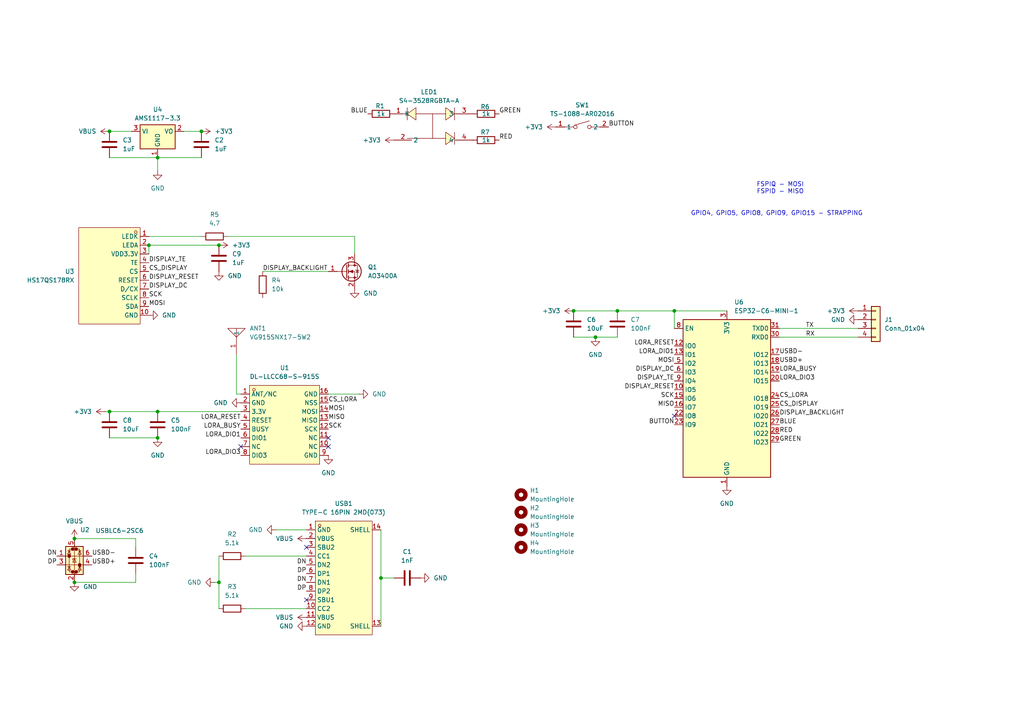
<source format=kicad_sch>
(kicad_sch (version 20250114) (generator "eeschema") (generator_version "9.0")
  (paper "A4")
  (lib_symbols
    (symbol "Connector_Generic:Conn_01x04" (pin_names (offset 1.016) (hide yes))
      (property "Reference" "J" (at 0 5.08 0))
      (property "Value" "Conn_01x04" (at 0 -7.62 0))
      (symbol "Conn_01x04_1_1"
        (rectangle (start -1.27 3.81) (end 1.27 -6.35) (stroke (width 0.254)) (fill (type background)))
        (rectangle (start -1.27 2.667) (end 0 2.413) (stroke (width 0.1524)))
        (rectangle (start -1.27 0.127) (end 0 -0.127) (stroke (width 0.1524)))
        (rectangle (start -1.27 -2.413) (end 0 -2.667) (stroke (width 0.1524)))
        (rectangle (start -1.27 -4.953) (end 0 -5.207) (stroke (width 0.1524)))
        (pin passive line (at -5.08 2.54 0) (length 3.81) (name "Pin_1") (number "1"))
        (pin passive line (at -5.08 0 0) (length 3.81) (name "Pin_2") (number "2"))
        (pin passive line (at -5.08 -2.54 0) (length 3.81) (name "Pin_3") (number "3"))
        (pin passive line (at -5.08 -5.08 0) (length 3.81) (name "Pin_4") (number "4"))
      )
    )
    (symbol "Device:C" (pin_numbers (hide yes)) (pin_names (offset 0.254))
      (property "Reference" "C" (at 0.635 2.54 0))
      (property "Value" "C" (at 0.635 -2.54 0))
      (symbol "C_0_1"
        (polyline (pts (xy -2.032 0.762) (xy 2.032 0.762)) (stroke (width 0.508)))
        (polyline (pts (xy -2.032 -0.762) (xy 2.032 -0.762)) (stroke (width 0.508)))
      )
      (symbol "C_1_1"
        (pin passive line (at 0 3.81 270) (length 2.794) (name "~") (number "1"))
        (pin passive line (at 0 -3.81 90) (length 2.794) (name "~") (number "2"))
      )
    )
    (symbol "Device:R" (pin_numbers (hide yes)) (pin_names (offset 0))
      (property "Reference" "R" (at 2.032 0 90))
      (property "Value" "R" (at 0 0 90))
      (symbol "R_0_1"
        (rectangle (start -1.016 -2.54) (end 1.016 2.54) (stroke (width 0.254)))
      )
      (symbol "R_1_1"
        (pin passive line (at 0 3.81 270) (length 1.27) (name "~") (number "1"))
        (pin passive line (at 0 -3.81 90) (length 1.27) (name "~") (number "2"))
      )
    )
    (symbol "Mechanical:MountingHole" (pin_names (offset 1.016)) (in_bom no)
      (property "Reference" "H" (at 0 5.08 0))
      (property "Value" "MountingHole" (at 0 3.175 0))
      (symbol "MountingHole_0_1"
        (circle (center 0 0) (radius 1.27) (stroke (width 1.27)))
      )
    )
    (symbol "Power_Protection:USBLC6-2SC6" (pin_names (hide yes))
      (property "Reference" "U" (at 0.635 5.715 0))
      (property "Value" "USBLC6-2SC6" (at 0.635 3.81 0))
      (symbol "USBLC6-2SC6_0_0"
        (circle (center -1.524 0) (radius 0.0001) (stroke (width 0.508)))
        (circle (center -0.508 2.032) (radius 0.0001) (stroke (width 0.508)))
        (circle (center -0.508 -4.572) (radius 0.0001) (stroke (width 0.508)))
        (circle (center 0.508 2.032) (radius 0.0001) (stroke (width 0.508)))
        (circle (center 0.508 -4.572) (radius 0.0001) (stroke (width 0.508)))
        (circle (center 1.524 -2.54) (radius 0.0001) (stroke (width 0.508)))
      )
      (symbol "USBLC6-2SC6_0_1"
        (polyline (pts (xy -2.54 0) (xy 2.54 0)))
        (polyline (pts (xy -2.54 -2.54) (xy 2.54 -2.54)))
        (polyline (pts (xy -2.032 0.508) (xy -1.016 0.508) (xy -1.524 1.524) (xy -2.032 0.508)))
        (polyline (pts (xy -2.032 -3.048) (xy -1.016 -3.048)))
        (polyline (pts (xy -1.016 1.524) (xy -2.032 1.524)))
        (polyline (pts (xy -1.016 -4.064) (xy -2.032 -4.064) (xy -1.524 -3.048) (xy -1.016 -4.064)))
        (polyline (pts (xy -0.508 -1.143) (xy -0.508 -0.762) (xy 0.508 -0.762)))
        (polyline (pts (xy 0 2.54) (xy -0.508 2.032) (xy 0.508 2.032) (xy 0 1.524) (xy 0 -4.064) (xy -0.508 -4.572) (xy 0.508 -4.572) (xy 0 -5.08)))
        (polyline (pts (xy 0.508 -1.778) (xy -0.508 -1.778) (xy 0 -0.762) (xy 0.508 -1.778)))
        (polyline (pts (xy 1.016 1.524) (xy 2.032 1.524)))
        (polyline (pts (xy 1.016 -3.048) (xy 2.032 -3.048)))
        (polyline (pts (xy 2.032 0.508) (xy 1.016 0.508) (xy 1.524 1.524) (xy 2.032 0.508)))
        (polyline (pts (xy 2.032 -4.064) (xy 1.016 -4.064) (xy 1.524 -3.048) (xy 2.032 -4.064)))
      )
      (symbol "USBLC6-2SC6_1_1"
        (rectangle (start -2.54 2.794) (end 2.54 -5.334) (stroke (width 0.254)) (fill (type background)))
        (polyline (pts (xy -0.508 2.032) (xy -1.524 2.032) (xy -1.524 -4.572) (xy -0.508 -4.572)))
        (polyline (pts (xy 0.508 -4.572) (xy 1.524 -4.572) (xy 1.524 2.032) (xy 0.508 2.032)))
        (pin passive line (at -5.08 0 0) (length 2.54) (name "I/O1") (number "1"))
        (pin passive line (at -5.08 -2.54 0) (length 2.54) (name "I/O2") (number "3"))
        (pin passive line (at 0 5.08 270) (length 2.54) (name "VBUS") (number "5"))
        (pin passive line (at 0 -7.62 90) (length 2.54) (name "GND") (number "2"))
        (pin passive line (at 5.08 0 180) (length 2.54) (name "I/O1") (number "6"))
        (pin passive line (at 5.08 -2.54 180) (length 2.54) (name "I/O2") (number "4"))
      )
    )
    (symbol "RF_Module:ESP32-C6-MINI-1"
      (property "Reference" "U" (at -11.43 24.13 0))
      (property "Value" "ESP32-C6-MINI-1" (at 12.7 24.13 0))
      (symbol "ESP32-C6-MINI-1_0_1"
        (rectangle (start -12.7 22.86) (end 12.7 -22.86) (stroke (width 0.254)) (fill (type background)))
      )
      (symbol "ESP32-C6-MINI-1_1_1"
        (pin input line (at -15.24 20.32 0) (length 2.54) (name "EN") (number "8"))
        (pin bidirectional line (at -15.24 15.24 0) (length 2.54) (name "IO0") (number "12"))
        (pin bidirectional line (at -15.24 12.7 0) (length 2.54) (name "IO1") (number "13"))
        (pin bidirectional line (at -15.24 10.16 0) (length 2.54) (name "IO2") (number "5"))
        (pin bidirectional line (at -15.24 7.62 0) (length 2.54) (name "IO3") (number "6"))
        (pin bidirectional line (at -15.24 5.08 0) (length 2.54) (name "IO4") (number "9"))
        (pin bidirectional line (at -15.24 2.54 0) (length 2.54) (name "IO5") (number "10"))
        (pin bidirectional line (at -15.24 0 0) (length 2.54) (name "IO6") (number "15"))
        (pin bidirectional line (at -15.24 -2.54 0) (length 2.54) (name "IO7") (number "16"))
        (pin bidirectional line (at -15.24 -5.08 0) (length 2.54) (name "IO8") (number "22"))
        (pin bidirectional line (at -15.24 -7.62 0) (length 2.54) (name "IO9") (number "23"))
        (pin no_connect line (at -12.7 -12.7 0) (length 2.54) (hide yes) (name "NC") (number "32"))
        (pin no_connect line (at -12.7 -15.24 0) (length 2.54) (hide yes) (name "NC") (number "33"))
        (pin no_connect line (at -12.7 -17.78 0) (length 2.54) (hide yes) (name "NC") (number "34"))
        (pin no_connect line (at -12.7 -20.32 0) (length 2.54) (hide yes) (name "NC") (number "35"))
        (pin power_in line (at 0 25.4 270) (length 2.54) (name "3V3") (number "3"))
        (pin power_in line (at 0 -25.4 90) (length 2.54) (name "GND") (number "1"))
        (pin passive line (at 0 -25.4 90) (length 2.54) (hide yes) (name "GND") (number "11"))
        (pin passive line (at 0 -25.4 90) (length 2.54) (hide yes) (name "GND") (number "14"))
        (pin passive line (at 0 -25.4 90) (length 2.54) (hide yes) (name "GND") (number "2"))
        (pin passive line (at 0 -25.4 90) (length 2.54) (hide yes) (name "GND") (number "36"))
        (pin passive line (at 0 -25.4 90) (length 2.54) (hide yes) (name "GND") (number "37"))
        (pin passive line (at 0 -25.4 90) (length 2.54) (hide yes) (name "GND") (number "38"))
        (pin passive line (at 0 -25.4 90) (length 2.54) (hide yes) (name "GND") (number "39"))
        (pin passive line (at 0 -25.4 90) (length 2.54) (hide yes) (name "GND") (number "40"))
        (pin passive line (at 0 -25.4 90) (length 2.54) (hide yes) (name "GND") (number "41"))
        (pin passive line (at 0 -25.4 90) (length 2.54) (hide yes) (name "GND") (number "42"))
        (pin passive line (at 0 -25.4 90) (length 2.54) (hide yes) (name "GND") (number "43"))
        (pin passive line (at 0 -25.4 90) (length 2.54) (hide yes) (name "GND") (number "44"))
        (pin passive line (at 0 -25.4 90) (length 2.54) (hide yes) (name "GND") (number "45"))
        (pin passive line (at 0 -25.4 90) (length 2.54) (hide yes) (name "GND") (number "46"))
        (pin passive line (at 0 -25.4 90) (length 2.54) (hide yes) (name "GND") (number "47"))
        (pin passive line (at 0 -25.4 90) (length 2.54) (hide yes) (name "GND") (number "48"))
        (pin passive line (at 0 -25.4 90) (length 2.54) (hide yes) (name "GND") (number "49"))
        (pin passive line (at 0 -25.4 90) (length 2.54) (hide yes) (name "GND") (number "50"))
        (pin passive line (at 0 -25.4 90) (length 2.54) (hide yes) (name "GND") (number "51"))
        (pin passive line (at 0 -25.4 90) (length 2.54) (hide yes) (name "GND") (number "52"))
        (pin passive line (at 0 -25.4 90) (length 2.54) (hide yes) (name "GND") (number "53"))
        (pin no_connect line (at 12.7 -15.24 180) (length 2.54) (hide yes) (name "NC") (number "4"))
        (pin no_connect line (at 12.7 -17.78 180) (length 2.54) (hide yes) (name "NC") (number "7"))
        (pin no_connect line (at 12.7 -20.32 180) (length 2.54) (hide yes) (name "NC") (number "21"))
        (pin bidirectional line (at 15.24 20.32 180) (length 2.54) (name "TXD0") (number "31"))
        (pin bidirectional line (at 15.24 17.78 180) (length 2.54) (name "RXD0") (number "30"))
        (pin bidirectional line (at 15.24 12.7 180) (length 2.54) (name "IO12") (number "17"))
        (pin bidirectional line (at 15.24 10.16 180) (length 2.54) (name "IO13") (number "18"))
        (pin bidirectional line (at 15.24 7.62 180) (length 2.54) (name "IO14") (number "19"))
        (pin bidirectional line (at 15.24 5.08 180) (length 2.54) (name "IO15") (number "20"))
        (pin bidirectional line (at 15.24 0 180) (length 2.54) (name "IO18") (number "24"))
        (pin bidirectional line (at 15.24 -2.54 180) (length 2.54) (name "IO19") (number "25"))
        (pin bidirectional line (at 15.24 -5.08 180) (length 2.54) (name "IO20") (number "26"))
        (pin bidirectional line (at 15.24 -7.62 180) (length 2.54) (name "IO21") (number "27"))
        (pin bidirectional line (at 15.24 -10.16 180) (length 2.54) (name "IO22") (number "28"))
        (pin bidirectional line (at 15.24 -12.7 180) (length 2.54) (name "IO23") (number "29"))
      )
    )
    (symbol "Regulator_Linear:AMS1117-3.3"
      (property "Reference" "U" (at -3.81 3.175 0))
      (property "Value" "AMS1117-3.3" (at 0 3.175 0))
      (symbol "AMS1117-3.3_0_1"
        (rectangle (start -5.08 -5.08) (end 5.08 1.905) (stroke (width 0.254)) (fill (type background)))
      )
      (symbol "AMS1117-3.3_1_1"
        (pin power_in line (at -7.62 0 0) (length 2.54) (name "VI") (number "3"))
        (pin power_in line (at 0 -7.62 90) (length 2.54) (name "GND") (number "1"))
        (pin power_out line (at 7.62 0 180) (length 2.54) (name "VO") (number "2"))
      )
    )
    (symbol "Transistor_FET:AO3400A" (pin_names (hide yes))
      (property "Reference" "Q" (at 5.08 1.905 0))
      (property "Value" "AO3400A" (at 5.08 0 0))
      (symbol "AO3400A_0_1"
        (polyline (pts (xy 0.254 1.905) (xy 0.254 -1.905)) (stroke (width 0.254)))
        (polyline (pts (xy 0.254 0) (xy -2.54 0)))
        (polyline (pts (xy 0.762 2.286) (xy 0.762 1.27)) (stroke (width 0.254)))
        (polyline (pts (xy 0.762 0.508) (xy 0.762 -0.508)) (stroke (width 0.254)))
        (polyline (pts (xy 0.762 -1.27) (xy 0.762 -2.286)) (stroke (width 0.254)))
        (polyline (pts (xy 0.762 -1.778) (xy 3.302 -1.778) (xy 3.302 1.778) (xy 0.762 1.778)))
        (polyline (pts (xy 1.016 0) (xy 2.032 0.381) (xy 2.032 -0.381) (xy 1.016 0)) (fill (type outline)))
        (circle (center 1.651 0) (radius 2.794) (stroke (width 0.254)))
        (polyline (pts (xy 2.54 2.54) (xy 2.54 1.778)))
        (circle (center 2.54 1.778) (radius 0.254) (fill (type outline)))
        (circle (center 2.54 -1.778) (radius 0.254) (fill (type outline)))
        (polyline (pts (xy 2.54 -2.54) (xy 2.54 0) (xy 0.762 0)))
        (polyline (pts (xy 2.794 0.508) (xy 2.921 0.381) (xy 3.683 0.381) (xy 3.81 0.254)))
        (polyline (pts (xy 3.302 0.381) (xy 2.921 -0.254) (xy 3.683 -0.254) (xy 3.302 0.381)))
      )
      (symbol "AO3400A_1_1"
        (pin input line (at -5.08 0 0) (length 2.54) (name "G") (number "1"))
        (pin passive line (at 2.54 5.08 270) (length 2.54) (name "D") (number "3"))
        (pin passive line (at 2.54 -5.08 90) (length 2.54) (name "S") (number "2"))
      )
    )
    (symbol "easyeda:DL-LLCC68-S-915S"
      (property "Reference" "U" (at 0 13.97 0))
      (property "Value" "DL-LLCC68-S-915S" (at 0 -13.97 0))
      (symbol "DL-LLCC68-S-915S_0_1"
        (rectangle (start -10.16 11.43) (end 10.16 -11.43) (fill (type background)))
        (circle (center -8.89 10.16) (radius 0.38))
        (pin unspecified line (at -12.7 8.89 0) (length 2.54) (name "ANT/NC") (number "1"))
        (pin unspecified line (at -12.7 6.35 0) (length 2.54) (name "GND") (number "2"))
        (pin unspecified line (at -12.7 3.81 0) (length 2.54) (name "3.3V") (number "3"))
        (pin unspecified line (at -12.7 1.27 0) (length 2.54) (name "RESET") (number "4"))
        (pin unspecified line (at -12.7 -1.27 0) (length 2.54) (name "BUSY") (number "5"))
        (pin unspecified line (at -12.7 -3.81 0) (length 2.54) (name "DIO1") (number "6"))
        (pin unspecified line (at -12.7 -6.35 0) (length 2.54) (name "NC") (number "7"))
        (pin unspecified line (at -12.7 -8.89 0) (length 2.54) (name "DIO3") (number "8"))
        (pin unspecified line (at 12.7 8.89 180) (length 2.54) (name "GND") (number "16"))
        (pin unspecified line (at 12.7 6.35 180) (length 2.54) (name "NSS") (number "15"))
        (pin unspecified line (at 12.7 3.81 180) (length 2.54) (name "MOSI") (number "14"))
        (pin unspecified line (at 12.7 1.27 180) (length 2.54) (name "MISO") (number "13"))
        (pin unspecified line (at 12.7 -1.27 180) (length 2.54) (name "SCK") (number "12"))
        (pin unspecified line (at 12.7 -3.81 180) (length 2.54) (name "NC") (number "11"))
        (pin unspecified line (at 12.7 -6.35 180) (length 2.54) (name "NC") (number "10"))
        (pin unspecified line (at 12.7 -8.89 180) (length 2.54) (name "GND") (number "9"))
      )
    )
    (symbol "easyeda:HS17QS178RX"
      (property "Reference" "U" (at 0 16.51 0))
      (property "Value" "HS17QS178RX" (at 0 -16.51 0))
      (symbol "HS17QS178RX_0_1"
        (rectangle (start -8.89 13.97) (end 8.89 -13.97) (fill (type background)))
        (circle (center -7.62 12.7) (radius 0.38))
        (pin unspecified line (at -11.43 11.43 0) (length 2.54) (name "LEDK") (number "1"))
        (pin unspecified line (at -11.43 8.89 0) (length 2.54) (name "LEDA") (number "2"))
        (pin unspecified line (at -11.43 6.35 0) (length 2.54) (name "VDD3.3V") (number "3"))
        (pin unspecified line (at -11.43 3.81 0) (length 2.54) (name "TE") (number "4"))
        (pin unspecified line (at -11.43 1.27 0) (length 2.54) (name "CS") (number "5"))
        (pin unspecified line (at -11.43 -1.27 0) (length 2.54) (name "RESET") (number "6"))
        (pin unspecified line (at -11.43 -3.81 0) (length 2.54) (name "D/CX") (number "7"))
        (pin unspecified line (at -11.43 -6.35 0) (length 2.54) (name "SCLK") (number "8"))
        (pin unspecified line (at -11.43 -8.89 0) (length 2.54) (name "SDA") (number "9"))
        (pin unspecified line (at -11.43 -11.43 0) (length 2.54) (name "GND") (number "10"))
      )
    )
    (symbol "easyeda:S4-3528RGBTA-A"
      (property "Reference" "LED" (at 0 5.08 0))
      (property "Value" "S4-3528RGBTA-A" (at 0 -12.19 0))
      (symbol "S4-3528RGBTA-A_0_1"
        (polyline (pts (xy -1.27 1.78) (xy -1.27 -1.78)))
        (polyline (pts (xy -1.27 0) (xy -2.54 0)))
        (polyline (pts (xy 1.27 1.78) (xy -1.27 0) (xy 1.27 -1.78) (xy 1.27 1.78)) (fill (type background)))
        (polyline (pts (xy 2.54 0) (xy 1.27 0)))
        (polyline (pts (xy 2.54 0) (xy 9.91 0)))
        (polyline (pts (xy 6.1 0) (xy 6.1 -7.11) (xy 9.91 -7.11)))
        (polyline (pts (xy 6.1 -7.11) (xy -1.27 -7.11)))
        (polyline (pts (xy 9.91 -1.78) (xy 12.45 0) (xy 9.91 1.78) (xy 9.91 -1.78)) (fill (type background)))
        (polyline (pts (xy 9.91 -8.89) (xy 12.45 -7.11) (xy 9.91 -5.33) (xy 9.91 -8.89)) (fill (type background)))
        (polyline (pts (xy 12.45 -1.78) (xy 12.45 1.78)))
        (polyline (pts (xy 12.45 -8.89) (xy 12.45 -5.33)))
        (pin unspecified line (at -5.08 0 0) (length 2.54) (name "K") (number "1"))
        (pin unspecified line (at -5.08 -7.62 0) (length 5.08) (name "2") (number "2"))
        (pin unspecified line (at 17.78 0 180) (length 5.08) (name "3") (number "3"))
        (pin unspecified line (at 17.78 -7.62 180) (length 5.08) (name "4") (number "4"))
      )
    )
    (symbol "easyeda:TS-1088-AR02016"
      (property "Reference" "SW" (at 0 5.08 0))
      (property "Value" "TS-1088-AR02016" (at 0 -5.08 0))
      (symbol "TS-1088-AR02016_0_1"
        (polyline (pts (xy -5.08 0) (xy -2.54 0)))
        (polyline (pts (xy -2.29 0.51) (xy 2.03 1.78)))
        (circle (center -2.03 0) (radius 0.51))
        (circle (center 2.03 0) (radius 0.51))
        (polyline (pts (xy 5.08 0) (xy 2.54 0)))
        (pin unspecified line (at -7.62 0 0) (length 2.54) (name "1") (number "1"))
        (pin unspecified line (at 7.62 0 180) (length 2.54) (name "2") (number "2"))
      )
    )
    (symbol "easyeda:TYPE-C16PIN2MD(073)"
      (property "Reference" "USB" (at 0 19.05 0))
      (property "Value" "TYPE-C 16PIN 2MD(073)" (at 0 -19.05 0))
      (symbol "TYPE-C16PIN2MD(073)_0_1"
        (rectangle (start -8.89 16.51) (end 7.62 -16.51) (fill (type background)))
        (circle (center -7.62 15.24) (radius 0.38))
        (pin unspecified line (at -11.43 13.97 0) (length 2.54) (name "GND") (number "1"))
        (pin unspecified line (at -11.43 11.43 0) (length 2.54) (name "VBUS") (number "2"))
        (pin unspecified line (at -11.43 8.89 0) (length 2.54) (name "SBU2") (number "3"))
        (pin unspecified line (at -11.43 6.35 0) (length 2.54) (name "CC1") (number "4"))
        (pin unspecified line (at -11.43 3.81 0) (length 2.54) (name "DN2") (number "5"))
        (pin unspecified line (at -11.43 1.27 0) (length 2.54) (name "DP1") (number "6"))
        (pin unspecified line (at -11.43 -1.27 0) (length 2.54) (name "DN1") (number "7"))
        (pin unspecified line (at -11.43 -3.81 0) (length 2.54) (name "DP2") (number "8"))
        (pin unspecified line (at -11.43 -6.35 0) (length 2.54) (name "SBU1") (number "9"))
        (pin unspecified line (at -11.43 -8.89 0) (length 2.54) (name "CC2") (number "10"))
        (pin unspecified line (at -11.43 -11.43 0) (length 2.54) (name "VBUS") (number "11"))
        (pin unspecified line (at -11.43 -13.97 0) (length 2.54) (name "GND") (number "12"))
        (pin unspecified line (at 10.16 13.97 180) (length 2.54) (name "SHELL") (number "14"))
        (pin unspecified line (at 10.16 -13.97 180) (length 2.54) (name "SHELL") (number "13"))
      )
    )
    (symbol "easyeda:VG915SNX17-5W2"
      (property "Reference" "ANT" (at 0 2.54 0))
      (property "Value" "VG915SNX17-5W2" (at 0 -7.62 0))
      (symbol "VG915SNX17-5W2_0_1"
        (polyline (pts (xy 0 2.54) (xy -2.54 5.08) (xy 2.54 5.08) (xy 0 2.54) (xy 0 5.08)))
        (pin unspecified line (at 0 -2.54 90) (length 5.08) (name "1") (number "1"))
      )
    )
    (symbol "power:+3V3" (power) (pin_numbers (hide yes)) (pin_names (offset 0) (hide yes))
      (property "Value" "+3V3" (at 0 3.556 0))
      (symbol "+3V3_0_1"
        (polyline (pts (xy -0.762 1.27) (xy 0 2.54)))
        (polyline (pts (xy 0 2.54) (xy 0.762 1.27)))
        (polyline (pts (xy 0 0) (xy 0 2.54)))
      )
      (symbol "+3V3_1_1"
        (pin power_in line (at 0 0 90) (length 0) (name "~") (number "1"))
      )
    )
    (symbol "power:GND" (power) (pin_numbers (hide yes)) (pin_names (offset 0) (hide yes))
      (property "Value" "GND" (at 0 -3.81 0))
      (symbol "GND_0_1"
        (polyline (pts (xy 0 0) (xy 0 -1.27) (xy 1.27 -1.27) (xy 0 -2.54) (xy -1.27 -1.27) (xy 0 -1.27)))
      )
      (symbol "GND_1_1"
        (pin power_in line (at 0 0 270) (length 0) (name "~") (number "1"))
      )
    )
    (symbol "power:VBUS" (power) (pin_numbers (hide yes)) (pin_names (offset 0) (hide yes))
      (property "Value" "VBUS" (at 0 3.556 0))
      (symbol "VBUS_0_1"
        (polyline (pts (xy -0.762 1.27) (xy 0 2.54)))
        (polyline (pts (xy 0 2.54) (xy 0.762 1.27)))
        (polyline (pts (xy 0 0) (xy 0 2.54)))
      )
      (symbol "VBUS_1_1"
        (pin power_in line (at 0 0 90) (length 0) (name "~") (number "1"))
      )
    )
  )
  (text "FSPIQ - MOSI\nFSPID - MISO" (at 226.314 54.61 0) (effects (font (size 1.27 1.27))))
  (text "GPIO4, GPIO5, GPIO8, GPIO9, GPIO15 - STRAPPING\n" (at 225.298 61.976 0) (effects (font (size 1.27 1.27))))
  (junction (at 63.5 168.91))
  (junction (at 110.49 167.64))
  (junction (at 58.42 38.1))
  (junction (at 45.72 45.72))
  (junction (at 43.18 71.12))
  (junction (at 31.75 119.38))
  (junction (at 63.5 71.12))
  (junction (at 195.58 90.17))
  (junction (at 21.59 156.21))
  (junction (at 31.75 38.1))
  (junction (at 45.72 127))
  (junction (at 21.59 168.91))
  (junction (at 166.37 90.17))
  (junction (at 45.72 119.38))
  (junction (at 172.72 97.79))
  (junction (at 179.07 90.17))
  (no_connect (at 95.25 127))
  (no_connect (at 69.85 129.54))
  (no_connect (at 95.25 129.54))
  (no_connect (at 88.9 158.75))
  (no_connect (at 195.58 120.65))
  (no_connect (at 88.9 173.99))
  (wire (pts (xy 80.01 153.67) (xy 88.9 153.67)))
  (wire (pts (xy 63.5 168.91) (xy 63.5 176.53)))
  (wire (pts (xy 45.72 45.72) (xy 58.42 45.72)))
  (wire (pts (xy 71.12 161.29) (xy 88.9 161.29)))
  (wire (pts (xy 53.34 38.1) (xy 58.42 38.1)))
  (wire (pts (xy 195.58 90.17) (xy 210.82 90.17)))
  (wire (pts (xy 172.72 97.79) (xy 179.07 97.79)))
  (wire (pts (xy 31.75 38.1) (xy 38.1 38.1)))
  (wire (pts (xy 68.58 114.3) (xy 68.58 102.87)))
  (wire (pts (xy 110.49 153.67) (xy 110.49 167.64)))
  (wire (pts (xy 43.18 71.12) (xy 43.18 73.66)))
  (wire (pts (xy 39.37 156.21) (xy 39.37 158.75)))
  (wire (pts (xy 110.49 167.64) (xy 114.3 167.64)))
  (wire (pts (xy 31.75 45.72) (xy 45.72 45.72)))
  (wire (pts (xy 31.75 127) (xy 45.72 127)))
  (wire (pts (xy 31.75 119.38) (xy 45.72 119.38)))
  (wire (pts (xy 226.06 95.25) (xy 248.92 95.25)))
  (wire (pts (xy 63.5 161.29) (xy 63.5 168.91)))
  (wire (pts (xy 45.72 119.38) (xy 69.85 119.38)))
  (wire (pts (xy 226.06 97.79) (xy 248.92 97.79)))
  (wire (pts (xy 43.18 68.58) (xy 58.42 68.58)))
  (wire (pts (xy 179.07 90.17) (xy 195.58 90.17)))
  (wire (pts (xy 76.2 78.74) (xy 95.25 78.74)))
  (wire (pts (xy 62.23 168.91) (xy 63.5 168.91)))
  (wire (pts (xy 39.37 168.91) (xy 39.37 166.37)))
  (wire (pts (xy 166.37 97.79) (xy 172.72 97.79)))
  (wire (pts (xy 43.18 71.12) (xy 63.5 71.12)))
  (wire (pts (xy 110.49 167.64) (xy 110.49 181.61)))
  (wire (pts (xy 71.12 176.53) (xy 88.9 176.53)))
  (wire (pts (xy 21.59 168.91) (xy 39.37 168.91)))
  (wire (pts (xy 195.58 90.17) (xy 195.58 95.25)))
  (wire (pts (xy 30.48 119.38) (xy 31.75 119.38)))
  (wire (pts (xy 69.85 114.3) (xy 68.58 114.3)))
  (wire (pts (xy 66.04 68.58) (xy 102.87 68.58)))
  (wire (pts (xy 45.72 45.72) (xy 45.72 49.53)))
  (wire (pts (xy 102.87 68.58) (xy 102.87 73.66)))
  (wire (pts (xy 21.59 156.21) (xy 39.37 156.21)))
  (wire (pts (xy 166.37 90.17) (xy 179.07 90.17)))
  (wire (pts (xy 95.25 114.3) (xy 104.14 114.3)))
  (label "USBD-" (at 26.67 161.29 0))
  (label "RED" (at 144.78 40.64 0))
  (label "BLUE" (at 226.06 123.19 0))
  (label "DP" (at 88.9 166.37 180))
  (label "RX" (at 233.68 97.79 0))
  (label "LORA_BUSY" (at 69.85 124.46 180))
  (label "LORA_BUSY" (at 226.06 107.95 0))
  (label "USBD+" (at 26.67 163.83 0))
  (label "DISPLAY_DC" (at 43.18 83.82 0))
  (label "LORA_DIO1" (at 195.58 102.87 180))
  (label "MISO" (at 195.58 118.11 180))
  (label "DP" (at 88.9 171.45 180))
  (label "CS_LORA" (at 95.25 116.84 0))
  (label "SCK" (at 195.58 115.57 180))
  (label "CS_LORA" (at 226.06 115.57 0))
  (label "USBD+" (at 226.06 105.41 0))
  (label "SCK" (at 95.25 124.46 0))
  (label "DN" (at 88.9 163.83 180))
  (label "GREEN" (at 226.06 128.27 0))
  (label "BUTTON" (at 195.58 123.19 180))
  (label "DISPLAY_TE" (at 195.58 110.49 180))
  (label "USBD-" (at 226.06 102.87 0))
  (label "LORA_RESET" (at 195.58 100.33 180))
  (label "DISPLAY_BACKLIGHT" (at 76.2 78.74 0))
  (label "DISPLAY_TE" (at 43.18 76.2 0))
  (label "DP" (at 16.51 163.83 180))
  (label "LORA_DIO1" (at 69.85 127 180))
  (label "CS_DISPLAY" (at 43.18 78.74 0))
  (label "DISPLAY_DC" (at 195.58 107.95 180))
  (label "LORA_RESET" (at 69.85 121.92 180))
  (label "DN" (at 16.51 161.29 180))
  (label "CS_DISPLAY" (at 226.06 118.11 0))
  (label "RED" (at 226.06 125.73 0))
  (label "DISPLAY_RESET" (at 195.58 113.03 180))
  (label "MOSI" (at 95.25 119.38 0))
  (label "LORA_DIO3" (at 69.85 132.08 180))
  (label "DISPLAY_RESET" (at 43.18 81.28 0))
  (label "BLUE" (at 106.68 33.02 180))
  (label "DISPLAY_BACKLIGHT" (at 226.06 120.65 0))
  (label "MOSI" (at 195.58 105.41 180))
  (label "MISO" (at 95.25 121.92 0))
  (label "BUTTON" (at 176.53 36.83 0))
  (label "TX" (at 233.68 95.25 0))
  (label "GREEN" (at 144.78 33.02 0))
  (label "LORA_DIO3" (at 226.06 110.49 0))
  (label "MOSI" (at 43.18 88.9 0))
  (label "DN" (at 88.9 168.91 180))
  (label "SCK" (at 43.18 86.36 0))
  (symbol (lib_id "Connector_Generic:Conn_01x04") (at 254 92.71 0) (unit 1)
    (property "Reference" "J1" (at 256.54 92.7099 0) (effects (justify left)))
    (property "Value" "Conn_01x04" (at 256.54 95.2499 0) (effects (justify left)))
    (property "Footprint" "Connector_PinHeader_2.54mm:PinHeader_1x04_P2.54mm_Vertical" (effects (hide yes)))
    (property "Description" "Generic connector, single row, 01x04, script generated (kicad-library-utils/schlib/autogen/connector/)" (effects (hide yes)))
  )
  (symbol (lib_id "Device:R") (at 67.31 176.53 90) (unit 1)
    (property "Reference" "R3" (at 67.31 170.18 90))
    (property "Value" "5.1k" (at 67.31 172.72 90))
    (property "Footprint" "Resistor_SMD:R_0603_1608Metric" (effects (hide yes)))
    (property "Description" "Resistor" (effects (hide yes)))
  )
  (symbol (lib_id "power:VBUS") (at 88.9 179.07 90) (unit 1)
    (property "Reference" "#PWR023" (effects (hide yes)))
    (property "Value" "VBUS" (at 85.09 179.0699 90) (effects (justify left)))
    (property "Description" "Power symbol creates a global label with name \"VBUS\"" (effects (hide yes)))
  )
  (symbol (lib_id "Mechanical:MountingHole") (at 151.13 148.59 0) (unit 1) (in_bom no)
    (property "Reference" "H2" (at 153.67 147.3199 0) (effects (justify left)))
    (property "Value" "MountingHole" (at 153.67 149.8599 0) (effects (justify left)))
    (property "Footprint" "MountingHole:MountingHole_3.2mm_M3" (effects (hide yes)))
    (property "Description" "Mounting Hole without connection" (effects (hide yes)))
  )
  (symbol (lib_id "power:GND") (at 80.01 153.67 270) (unit 1)
    (property "Reference" "#PWR021" (effects (hide yes)))
    (property "Value" "GND" (at 76.2 153.6699 90) (effects (justify right)))
    (property "Description" "Power symbol creates a global label with name \"GND\" , ground" (effects (hide yes)))
  )
  (symbol (lib_id "power:+3V3") (at 114.3 40.64 90) (unit 1)
    (property "Reference" "#PWR018" (effects (hide yes)))
    (property "Value" "+3V3" (at 110.49 40.6401 90) (effects (justify left)))
    (property "Description" "Power symbol creates a global label with name \"+3V3\"" (effects (hide yes)))
  )
  (symbol (lib_id "power:GND") (at 45.72 49.53 0) (unit 1)
    (property "Reference" "#PWR02" (effects (hide yes)))
    (property "Value" "GND" (at 45.72 54.61 0))
    (property "Description" "Power symbol creates a global label with name \"GND\" , ground" (effects (hide yes)))
  )
  (symbol (lib_id "power:+3V3") (at 248.92 90.17 90) (unit 1)
    (property "Reference" "#PWR015" (effects (hide yes)))
    (property "Value" "+3V3" (at 245.11 90.1699 90) (effects (justify left)))
    (property "Description" "Power symbol creates a global label with name \"+3V3\"" (effects (hide yes)))
  )
  (symbol (lib_id "easyeda:TS-1088-AR02016") (at 168.91 36.83 0) (unit 1)
    (property "Reference" "SW1" (at 168.91 30.48 0))
    (property "Value" "TS-1088-AR02016" (at 168.91 33.02 0))
    (property "Footprint" "easyeda:SW-SMD_L3.9-W3.0-P4.45" (effects (hide yes)))
    (property "Datasheet" "https://lcsc.com/product-detail/Tactile-Switches_XUNPU-TS-1088-AR02016_C720477.html" (effects (hide yes)))
    (property "LCSC Part" "C720477" (effects (hide yes)))
  )
  (symbol (lib_id "power:GND") (at 172.72 97.79 0) (unit 1)
    (property "Reference" "#PWR028" (effects (hide yes)))
    (property "Value" "GND" (at 172.72 102.87 0))
    (property "Description" "Power symbol creates a global label with name \"GND\" , ground" (effects (hide yes)))
  )
  (symbol (lib_id "RF_Module:ESP32-C6-MINI-1") (at 210.82 115.57 0) (unit 1)
    (property "Reference" "U6" (at 212.9633 87.63 0) (effects (justify left)))
    (property "Value" "ESP32-C6-MINI-1" (at 212.9633 90.17 0) (effects (justify left)))
    (property "Footprint" "easyeda:ESP32-C6-MINI-1" (effects (hide yes)))
    (property "Datasheet" "https://www.espressif.com/sites/default/files/documentation/esp32-c6-mini-1_mini-1u_datasheet_en.pdf" (effects (hide yes)))
    (property "Description" "RF Module, ESP32-C6 SoC, Wi-Fi 802.11b/g/n/ax, Bluetooth, BLE, Zigbee, Thread, 32-bit, 3.3V, SMD, onboard antenna" (effects (hide yes)))
  )
  (symbol (lib_id "Device:R") (at 110.49 33.02 270) (unit 1)
    (property "Reference" "R1" (at 110.236 30.734 90))
    (property "Value" "1k" (at 110.49 33.02 90))
    (property "Footprint" "Resistor_SMD:R_0603_1608Metric" (effects (hide yes)))
    (property "Description" "Resistor" (effects (hide yes)))
  )
  (symbol (lib_id "Device:R") (at 62.23 68.58 270) (unit 1)
    (property "Reference" "R5" (at 62.23 62.23 90))
    (property "Value" "4.7" (at 62.23 64.77 90))
    (property "Footprint" "Resistor_SMD:R_0603_1608Metric" (effects (hide yes)))
    (property "Description" "Resistor" (effects (hide yes)))
  )
  (symbol (lib_id "power:GND") (at 121.92 167.64 90) (unit 1)
    (property "Reference" "#PWR025" (effects (hide yes)))
    (property "Value" "GND" (at 125.73 167.6399 90) (effects (justify right)))
    (property "Description" "Power symbol creates a global label with name \"GND\" , ground" (effects (hide yes)))
  )
  (symbol (lib_id "easyeda:DL-LLCC68-S-915S") (at 82.55 123.19 0) (unit 1)
    (property "Reference" "U1" (at 82.55 106.68 0))
    (property "Value" "DL-LLCC68-S-915S" (at 82.55 109.22 0))
    (property "Footprint" "easyeda:WIRELM-SMD_DL-LLCC68-S-915S" (effects (hide yes)))
    (property "LCSC Part" "C22448806" (effects (hide yes)))
  )
  (symbol (lib_id "power:GND") (at 69.85 116.84 270) (unit 1)
    (property "Reference" "#PWR09" (effects (hide yes)))
    (property "Value" "GND" (at 66.04 116.8399 90) (effects (justify right)))
    (property "Description" "Power symbol creates a global label with name \"GND\" , ground" (effects (hide yes)))
  )
  (symbol (lib_id "power:+3V3") (at 30.48 119.38 90) (unit 1)
    (property "Reference" "#PWR08" (effects (hide yes)))
    (property "Value" "+3V3" (at 26.67 119.3799 90) (effects (justify left)))
    (property "Description" "Power symbol creates a global label with name \"+3V3\"" (effects (hide yes)))
  )
  (symbol (lib_id "Mechanical:MountingHole") (at 151.13 153.67 0) (unit 1) (in_bom no)
    (property "Reference" "H3" (at 153.67 152.3999 0) (effects (justify left)))
    (property "Value" "MountingHole" (at 153.67 154.9399 0) (effects (justify left)))
    (property "Footprint" "MountingHole:MountingHole_3.2mm_M3" (effects (hide yes)))
    (property "Description" "Mounting Hole without connection" (effects (hide yes)))
  )
  (symbol (lib_id "power:+3V3") (at 166.37 90.17 90) (unit 1)
    (property "Reference" "#PWR017" (effects (hide yes)))
    (property "Value" "+3V3" (at 162.56 90.1699 90) (effects (justify left)))
    (property "Description" "Power symbol creates a global label with name \"+3V3\"" (effects (hide yes)))
  )
  (symbol (lib_id "Device:C") (at 63.5 74.93 0) (unit 1)
    (property "Reference" "C9" (at 67.31 73.6599 0) (effects (justify left)))
    (property "Value" "1uF" (at 67.31 76.1999 0) (effects (justify left)))
    (property "Footprint" "Capacitor_SMD:C_0603_1608Metric" (effects (hide yes)))
    (property "Description" "Unpolarized capacitor" (effects (hide yes)))
  )
  (symbol (lib_id "Device:C") (at 31.75 41.91 0) (unit 1)
    (property "Reference" "C3" (at 35.56 40.6399 0) (effects (justify left)))
    (property "Value" "1uF" (at 35.56 43.1799 0) (effects (justify left)))
    (property "Footprint" "Capacitor_SMD:C_0603_1608Metric" (effects (hide yes)))
    (property "Description" "Unpolarized capacitor" (effects (hide yes)))
  )
  (symbol (lib_id "Device:R") (at 76.2 82.55 180) (unit 1)
    (property "Reference" "R4" (at 78.74 81.2799 0) (effects (justify right)))
    (property "Value" "10k" (at 78.74 83.8199 0) (effects (justify right)))
    (property "Footprint" "Resistor_SMD:R_0603_1608Metric" (effects (hide yes)))
    (property "Description" "Resistor" (effects (hide yes)))
  )
  (symbol (lib_id "easyeda:HS17QS178RX") (at 31.75 80.01 0) (mirror y) (unit 1)
    (property "Reference" "U3" (at 21.59 78.7399 0) (effects (justify left)))
    (property "Value" "HS17QS178RX" (at 21.59 81.2799 0) (effects (justify left)))
    (property "Footprint" "easyeda:OLED-SMD_10P-P0.50_HS17QS178RX" (effects (hide yes)))
    (property "LCSC Part" "C5329581" (effects (hide yes)))
  )
  (symbol (lib_id "power:GND") (at 248.92 92.71 270) (unit 1)
    (property "Reference" "#PWR016" (effects (hide yes)))
    (property "Value" "GND" (at 245.11 92.7099 90) (effects (justify right)))
    (property "Description" "Power symbol creates a global label with name \"GND\" , ground" (effects (hide yes)))
  )
  (symbol (lib_id "Mechanical:MountingHole") (at 151.13 143.51 0) (unit 1) (in_bom no)
    (property "Reference" "H1" (at 153.67 142.2399 0) (effects (justify left)))
    (property "Value" "MountingHole" (at 153.67 144.7799 0) (effects (justify left)))
    (property "Footprint" "MountingHole:MountingHole_3.2mm_M3" (effects (hide yes)))
    (property "Description" "Mounting Hole without connection" (effects (hide yes)))
  )
  (symbol (lib_id "power:GND") (at 45.72 127 0) (unit 1)
    (property "Reference" "#PWR027" (effects (hide yes)))
    (property "Value" "GND" (at 45.72 132.08 0))
    (property "Description" "Power symbol creates a global label with name \"GND\" , ground" (effects (hide yes)))
  )
  (symbol (lib_id "Transistor_FET:AO3400A") (at 100.33 78.74 0) (unit 1)
    (property "Reference" "Q1" (at 106.68 77.4699 0) (effects (justify left)))
    (property "Value" "AO3400A" (at 106.68 80.0099 0) (effects (justify left)))
    (property "Footprint" "Package_TO_SOT_SMD:SOT-23" (effects (hide yes)))
    (property "Datasheet" "http://www.aosmd.com/pdfs/datasheet/AO3400A.pdf" (effects (hide yes)))
    (property "Description" "30V Vds, 5.7A Id, N-Channel MOSFET, SOT-23" (effects (hide yes)))
  )
  (symbol (lib_id "Device:R") (at 140.97 40.64 270) (unit 1)
    (property "Reference" "R7" (at 140.716 38.354 90))
    (property "Value" "1k" (at 140.97 40.64 90))
    (property "Footprint" "Resistor_SMD:R_0603_1608Metric" (effects (hide yes)))
    (property "Description" "Resistor" (effects (hide yes)))
  )
  (symbol (lib_id "power:GND") (at 210.82 140.97 0) (unit 1)
    (property "Reference" "#PWR030" (effects (hide yes)))
    (property "Value" "GND" (at 210.82 146.05 0))
    (property "Description" "Power symbol creates a global label with name \"GND\" , ground" (effects (hide yes)))
  )
  (symbol (lib_id "Device:C") (at 166.37 93.98 0) (unit 1)
    (property "Reference" "C6" (at 170.18 92.7099 0) (effects (justify left)))
    (property "Value" "10uF" (at 170.18 95.2499 0) (effects (justify left)))
    (property "Footprint" "Capacitor_SMD:C_0603_1608Metric" (effects (hide yes)))
    (property "Description" "Unpolarized capacitor" (effects (hide yes)))
  )
  (symbol (lib_id "power:GND") (at 62.23 168.91 270) (unit 1)
    (property "Reference" "#PWR026" (effects (hide yes)))
    (property "Value" "GND" (at 58.42 168.9099 90) (effects (justify right)))
    (property "Description" "Power symbol creates a global label with name \"GND\" , ground" (effects (hide yes)))
  )
  (symbol (lib_id "power:GND") (at 21.59 168.91 0) (unit 1)
    (property "Reference" "#PWR05" (effects (hide yes)))
    (property "Value" "GND" (at 24.13 170.1799 0) (effects (justify left)))
    (property "Description" "Power symbol creates a global label with name \"GND\" , ground" (effects (hide yes)))
  )
  (symbol (lib_id "Device:C") (at 118.11 167.64 270) (unit 1)
    (property "Reference" "C1" (at 118.11 160.02 90))
    (property "Value" "1nF" (at 118.11 162.56 90))
    (property "Footprint" "Capacitor_SMD:C_0603_1608Metric" (effects (hide yes)))
    (property "Description" "Unpolarized capacitor" (effects (hide yes)))
  )
  (symbol (lib_id "easyeda:TYPE-C16PIN2MD(073)") (at 100.33 167.64 0) (unit 1)
    (property "Reference" "USB1" (at 99.695 146.05 0))
    (property "Value" "TYPE-C 16PIN 2MD(073)" (at 99.695 148.59 0))
    (property "Footprint" "easyeda:USB-C-SMD_TYPE-C-6PIN-2MD-073" (effects (hide yes)))
    (property "LCSC Part" "C2765186" (effects (hide yes)))
  )
  (symbol (lib_id "power:GND") (at 102.87 83.82 0) (unit 1)
    (property "Reference" "#PWR012" (effects (hide yes)))
    (property "Value" "GND" (at 105.41 85.0899 0) (effects (justify left)))
    (property "Description" "Power symbol creates a global label with name \"GND\" , ground" (effects (hide yes)))
  )
  (symbol (lib_id "power:VBUS") (at 21.59 156.21 0) (unit 1)
    (property "Reference" "#PWR06" (effects (hide yes)))
    (property "Value" "VBUS" (at 21.59 151.13 0))
    (property "Description" "Power symbol creates a global label with name \"VBUS\"" (effects (hide yes)))
  )
  (symbol (lib_id "power:GND") (at 88.9 181.61 270) (unit 1)
    (property "Reference" "#PWR024" (effects (hide yes)))
    (property "Value" "GND" (at 85.09 181.6099 90) (effects (justify right)))
    (property "Description" "Power symbol creates a global label with name \"GND\" , ground" (effects (hide yes)))
  )
  (symbol (lib_id "Device:C") (at 179.07 93.98 0) (unit 1)
    (property "Reference" "C7" (at 182.88 92.7099 0) (effects (justify left)))
    (property "Value" "100nF" (at 182.88 95.2499 0) (effects (justify left)))
    (property "Footprint" "Capacitor_SMD:C_0603_1608Metric" (effects (hide yes)))
    (property "Description" "Unpolarized capacitor" (effects (hide yes)))
  )
  (symbol (lib_id "Device:C") (at 45.72 123.19 0) (unit 1)
    (property "Reference" "C5" (at 49.53 121.9199 0) (effects (justify left)))
    (property "Value" "100nF" (at 49.53 124.4599 0) (effects (justify left)))
    (property "Footprint" "Capacitor_SMD:C_0603_1608Metric" (effects (hide yes)))
    (property "Description" "Unpolarized capacitor" (effects (hide yes)))
  )
  (symbol (lib_id "easyeda:S4-3528RGBTA-A") (at 119.38 33.02 0) (unit 1)
    (property "Reference" "LED1" (at 124.46 26.67 0))
    (property "Value" "S4-3528RGBTA-A" (at 124.46 29.21 0))
    (property "Footprint" "easyeda:LED-SMD_4P-L3.2-W2.8-LS3.5-TL-1" (effects (hide yes)))
    (property "LCSC Part" "C2827321" (effects (hide yes)))
  )
  (symbol (lib_id "Device:R") (at 140.97 33.02 270) (unit 1)
    (property "Reference" "R6" (at 140.716 30.988 90))
    (property "Value" "1k" (at 140.97 33.02 90))
    (property "Footprint" "Resistor_SMD:R_0603_1608Metric" (effects (hide yes)))
    (property "Description" "Resistor" (effects (hide yes)))
  )
  (symbol (lib_id "power:+3V3") (at 58.42 38.1 270) (unit 1)
    (property "Reference" "#PWR04" (effects (hide yes)))
    (property "Value" "+3V3" (at 62.23 38.1001 90) (effects (justify left)))
    (property "Description" "Power symbol creates a global label with name \"+3V3\"" (effects (hide yes)))
  )
  (symbol (lib_id "Device:C") (at 31.75 123.19 0) (unit 1)
    (property "Reference" "C8" (at 35.56 121.9199 0) (effects (justify left)))
    (property "Value" "10uF" (at 35.56 124.4599 0) (effects (justify left)))
    (property "Footprint" "Capacitor_SMD:C_0603_1608Metric" (effects (hide yes)))
    (property "Description" "Unpolarized capacitor" (effects (hide yes)))
  )
  (symbol (lib_id "power:+3V3") (at 63.5 71.12 270) (unit 1)
    (property "Reference" "#PWR013" (effects (hide yes)))
    (property "Value" "+3V3" (at 67.31 71.1199 90) (effects (justify left)))
    (property "Description" "Power symbol creates a global label with name \"+3V3\"" (effects (hide yes)))
  )
  (symbol (lib_id "power:VBUS") (at 88.9 156.21 90) (unit 1)
    (property "Reference" "#PWR022" (effects (hide yes)))
    (property "Value" "VBUS" (at 85.09 156.2099 90) (effects (justify left)))
    (property "Description" "Power symbol creates a global label with name \"VBUS\"" (effects (hide yes)))
  )
  (symbol (lib_id "power:GND") (at 43.18 91.44 90) (unit 1)
    (property "Reference" "#PWR011" (effects (hide yes)))
    (property "Value" "GND" (at 46.99 91.4399 90) (effects (justify right)))
    (property "Description" "Power symbol creates a global label with name \"GND\" , ground" (effects (hide yes)))
  )
  (symbol (lib_id "Device:R") (at 67.31 161.29 90) (unit 1)
    (property "Reference" "R2" (at 67.31 154.94 90))
    (property "Value" "5.1k" (at 67.31 157.48 90))
    (property "Footprint" "Resistor_SMD:R_0603_1608Metric" (effects (hide yes)))
    (property "Description" "Resistor" (effects (hide yes)))
  )
  (symbol (lib_id "power:GND") (at 95.25 132.08 0) (unit 1)
    (property "Reference" "#PWR07" (effects (hide yes)))
    (property "Value" "GND" (at 95.25 137.16 0))
    (property "Description" "Power symbol creates a global label with name \"GND\" , ground" (effects (hide yes)))
  )
  (symbol (lib_id "power:VBUS") (at 31.75 38.1 90) (unit 1)
    (property "Reference" "#PWR03" (effects (hide yes)))
    (property "Value" "VBUS" (at 27.94 38.0999 90) (effects (justify left)))
    (property "Description" "Power symbol creates a global label with name \"VBUS\"" (effects (hide yes)))
  )
  (symbol (lib_id "Device:C") (at 58.42 41.91 0) (unit 1)
    (property "Reference" "C2" (at 62.23 40.6399 0) (effects (justify left)))
    (property "Value" "1uF" (at 62.23 43.1799 0) (effects (justify left)))
    (property "Footprint" "Capacitor_SMD:C_0603_1608Metric" (effects (hide yes)))
    (property "Description" "Unpolarized capacitor" (effects (hide yes)))
  )
  (symbol (lib_id "easyeda:VG915SNX17-5W2") (at 68.58 100.33 0) (unit 1)
    (property "Reference" "ANT1" (at 72.39 95.2499 0) (effects (justify left)))
    (property "Value" "VG915SNX17-5W2" (at 72.39 97.7899 0) (effects (justify left)))
    (property "Footprint" "easyeda:ANT-TH_BD5.5-L18.0-D0.8_470M_LORA_ANT" (effects (hide yes)))
    (property "LCSC Part" "C718842" (effects (hide yes)))
  )
  (symbol (lib_id "Device:C") (at 39.37 162.56 0) (unit 1)
    (property "Reference" "C4" (at 43.18 161.2899 0) (effects (justify left)))
    (property "Value" "100nF" (at 43.18 163.8299 0) (effects (justify left)))
    (property "Footprint" "Capacitor_SMD:C_0603_1608Metric" (effects (hide yes)))
    (property "Description" "Unpolarized capacitor" (effects (hide yes)))
  )
  (symbol (lib_id "Regulator_Linear:AMS1117-3.3") (at 45.72 38.1 0) (unit 1)
    (property "Reference" "U4" (at 45.72 31.75 0))
    (property "Value" "AMS1117-3.3" (at 45.72 34.29 0))
    (property "Footprint" "Package_TO_SOT_SMD:SOT-223-3_TabPin2" (effects (hide yes)))
    (property "Datasheet" "http://www.advanced-monolithic.com/pdf/ds1117.pdf" (effects (hide yes)))
    (property "Description" "1A Low Dropout regulator, positive, 3.3V fixed output, SOT-223" (effects (hide yes)))
  )
  (symbol (lib_id "power:GND") (at 104.14 114.3 90) (unit 1)
    (property "Reference" "#PWR010" (effects (hide yes)))
    (property "Value" "GND" (at 107.95 114.2999 90) (effects (justify right)))
    (property "Description" "Power symbol creates a global label with name \"GND\" , ground" (effects (hide yes)))
  )
  (symbol (lib_id "power:+3V3") (at 161.29 36.83 90) (unit 1)
    (property "Reference" "#PWR014" (effects (hide yes)))
    (property "Value" "+3V3" (at 157.48 36.8299 90) (effects (justify left)))
    (property "Description" "Power symbol creates a global label with name \"+3V3\"" (effects (hide yes)))
  )
  (symbol (lib_id "power:GND") (at 63.5 78.74 0) (unit 1)
    (property "Reference" "#PWR029" (effects (hide yes)))
    (property "Value" "GND" (at 66.04 80.0099 0) (effects (justify left)))
    (property "Description" "Power symbol creates a global label with name \"GND\" , ground" (effects (hide yes)))
  )
  (symbol (lib_id "Power_Protection:USBLC6-2SC6") (at 21.59 161.29 0) (unit 1)
    (property "Reference" "U2" (at 23.2411 153.67 0) (effects (justify left)))
    (property "Value" "USBLC6-2SC6" (at 27.686 153.924 0) (effects (justify left)))
    (property "Footprint" "Package_TO_SOT_SMD:SOT-23-6" (effects (hide yes)))
    (property "Datasheet" "https://www.st.com/resource/en/datasheet/usblc6-2.pdf" (effects (hide yes)))
    (property "Description" "Very low capacitance ESD protection diode, 2 data-line, SOT-23-6" (effects (hide yes)))
  )
  (symbol (lib_id "Mechanical:MountingHole") (at 151.13 158.75 0) (unit 1) (in_bom no)
    (property "Reference" "H4" (at 153.67 157.4799 0) (effects (justify left)))
    (property "Value" "MountingHole" (at 153.67 160.0199 0) (effects (justify left)))
    (property "Footprint" "MountingHole:MountingHole_3.2mm_M3" (effects (hide yes)))
    (property "Description" "Mounting Hole without connection" (effects (hide yes)))
  )
)
</source>
